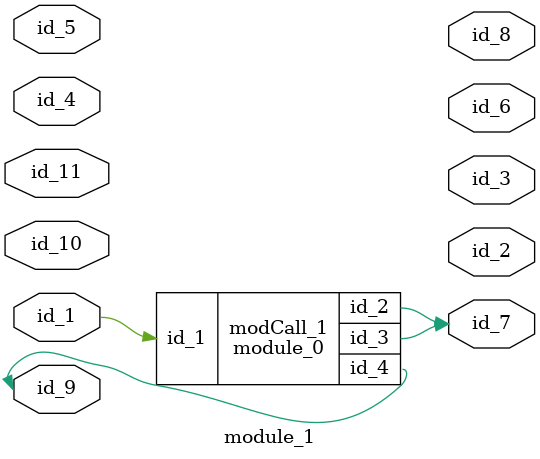
<source format=v>
module module_0 (
    id_1,
    id_2,
    id_3,
    id_4
);
  output wire id_4;
  output wire id_3;
  output wire id_2;
  input wire id_1;
  wire id_5, id_6;
endmodule
module module_1 (
    id_1,
    id_2,
    id_3,
    id_4,
    id_5,
    id_6,
    id_7,
    id_8,
    id_9,
    id_10,
    id_11
);
  inout wire id_11;
  input wire id_10;
  inout wire id_9;
  output wire id_8;
  output wire id_7;
  output wire id_6;
  inout wire id_5;
  inout wire id_4;
  output wire id_3;
  module_0 modCall_1 (
      id_1,
      id_7,
      id_7,
      id_9
  );
  output wire id_2;
  inout wire id_1;
endmodule

</source>
